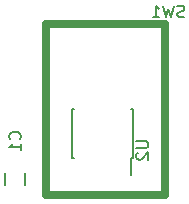
<source format=gbo>
G04 #@! TF.FileFunction,Legend,Bot*
%FSLAX46Y46*%
G04 Gerber Fmt 4.6, Leading zero omitted, Abs format (unit mm)*
G04 Created by KiCad (PCBNEW 4.0.1-stable) date 2/14/2016 2:05:54 PM*
%MOMM*%
G01*
G04 APERTURE LIST*
%ADD10C,0.150000*%
%ADD11C,0.650000*%
G04 APERTURE END LIST*
D10*
X41822000Y-48760000D02*
X41822000Y-47760000D01*
X43522000Y-47760000D02*
X43522000Y-48760000D01*
D11*
X45292000Y-49672000D02*
X45292000Y-35172000D01*
X45292000Y-35172000D02*
X55292000Y-35172000D01*
X55292000Y-35172000D02*
X55292000Y-49672000D01*
X45292000Y-49672000D02*
X55292000Y-49672000D01*
D10*
X52613000Y-46525000D02*
X52468000Y-46525000D01*
X52613000Y-42375000D02*
X52468000Y-42375000D01*
X47463000Y-42375000D02*
X47608000Y-42375000D01*
X47463000Y-46525000D02*
X47608000Y-46525000D01*
X52613000Y-46525000D02*
X52613000Y-42375000D01*
X47463000Y-46525000D02*
X47463000Y-42375000D01*
X52468000Y-46525000D02*
X52468000Y-47925000D01*
X43029143Y-44918334D02*
X43076762Y-44870715D01*
X43124381Y-44727858D01*
X43124381Y-44632620D01*
X43076762Y-44489762D01*
X42981524Y-44394524D01*
X42886286Y-44346905D01*
X42695810Y-44299286D01*
X42552952Y-44299286D01*
X42362476Y-44346905D01*
X42267238Y-44394524D01*
X42172000Y-44489762D01*
X42124381Y-44632620D01*
X42124381Y-44727858D01*
X42172000Y-44870715D01*
X42219619Y-44918334D01*
X43124381Y-45870715D02*
X43124381Y-45299286D01*
X43124381Y-45585000D02*
X42124381Y-45585000D01*
X42267238Y-45489762D01*
X42362476Y-45394524D01*
X42410095Y-45299286D01*
X56959333Y-34567762D02*
X56816476Y-34615381D01*
X56578380Y-34615381D01*
X56483142Y-34567762D01*
X56435523Y-34520143D01*
X56387904Y-34424905D01*
X56387904Y-34329667D01*
X56435523Y-34234429D01*
X56483142Y-34186810D01*
X56578380Y-34139190D01*
X56768857Y-34091571D01*
X56864095Y-34043952D01*
X56911714Y-33996333D01*
X56959333Y-33901095D01*
X56959333Y-33805857D01*
X56911714Y-33710619D01*
X56864095Y-33663000D01*
X56768857Y-33615381D01*
X56530761Y-33615381D01*
X56387904Y-33663000D01*
X56054571Y-33615381D02*
X55816476Y-34615381D01*
X55625999Y-33901095D01*
X55435523Y-34615381D01*
X55197428Y-33615381D01*
X54292666Y-34615381D02*
X54864095Y-34615381D01*
X54578381Y-34615381D02*
X54578381Y-33615381D01*
X54673619Y-33758238D01*
X54768857Y-33853476D01*
X54864095Y-33901095D01*
X52919381Y-45085095D02*
X53728905Y-45085095D01*
X53824143Y-45132714D01*
X53871762Y-45180333D01*
X53919381Y-45275571D01*
X53919381Y-45466048D01*
X53871762Y-45561286D01*
X53824143Y-45608905D01*
X53728905Y-45656524D01*
X52919381Y-45656524D01*
X53014619Y-46085095D02*
X52967000Y-46132714D01*
X52919381Y-46227952D01*
X52919381Y-46466048D01*
X52967000Y-46561286D01*
X53014619Y-46608905D01*
X53109857Y-46656524D01*
X53205095Y-46656524D01*
X53347952Y-46608905D01*
X53919381Y-46037476D01*
X53919381Y-46656524D01*
M02*

</source>
